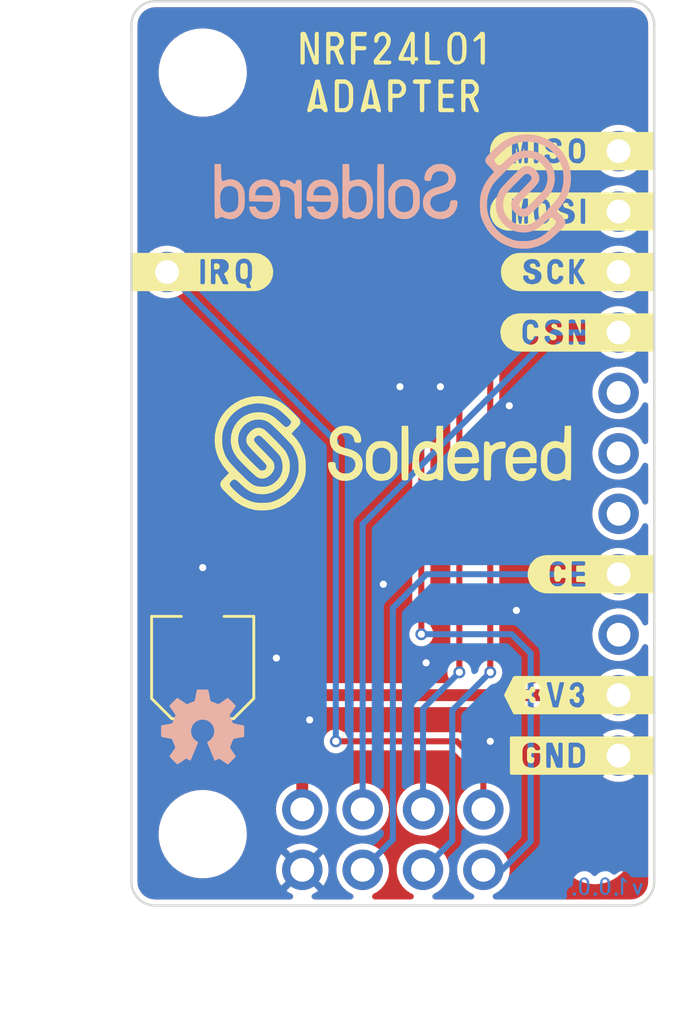
<source format=kicad_pcb>
(kicad_pcb (version 20210623) (generator pcbnew)
  (layers (0 "F.Cu" signal) (31 "B.Cu" signal) (34 "B.Paste" user) (35 "F.Paste" user) (36 "B.SilkS" user "B.Silkscreen") (37 "F.SilkS" user "F.Silkscreen") (38 "B.Mask" user) (39 "F.Mask" user) (44 "Edge.Cuts" user))
  (net 0 "")
  (net 1 "3V3")
  (net 2 "GND")
  (net 3 "IRQ")
  (net 4 "MOSI")
  (net 5 "CSN")
  (net 6 "CE")
  (net 7 "SCK")
  (net 8 "MISO")
  (footprint "buzzardLabel" (layer "F.Cu") (at 132.4 143.7)
    (fp_text reference "" (at 0 0) (layer "F.SilkS") (effects (font (size 1.27 1.27))))
    (fp_text value "" (at 0 0) (layer "F.SilkS") (effects (font (size 1.27 1.27))))
  )
  (footprint "buzzardLabel" (layer "F.Cu") (at 121 114)
    (fp_text reference "" (at 0 0) (layer "F.SilkS") (effects (font (size 1.27 1.27))))
    (fp_text value "" (at 0 0) (layer "F.SilkS") (effects (font (size 1.27 1.27))))
  )
  (footprint "buzzardLabel" (layer "F.Cu") (at 109.6 123.38)
    (fp_text reference "" (at 0 0) (layer "F.SilkS") (effects (font (size 1.27 1.27))))
    (fp_text value "" (at 0 0) (layer "F.SilkS") (effects (font (size 1.27 1.27))))
  )
  (footprint "buzzardLabel" (layer "F.Cu") (at 132.4 125.92)
    (fp_text reference "" (at 0 0) (layer "F.SilkS") (effects (font (size 1.27 1.27))))
    (fp_text value "" (at 0 0) (layer "F.SilkS") (effects (font (size 1.27 1.27))))
  )
  (footprint "e-radionica.com footprinti:FIDUCIAL_23" (layer "F.Cu") (at 129.5 147.5)
    (fp_text reference "FD1")
    (fp_text value "FIDUCIAL")
    (fp_circle (center 0 0) (end 1 0) (layer "F.Cu") (width 0.2) (fill none))
    (pad "1" smd circle (at 0 0) (size 1 1) (layers "F.Cu" "F.Paste" "F.Mask") (clearance 1.1))
  )
  (footprint "e-radionica.com footprinti:HOLE_3.2mm" (layer "F.Cu") (at 113 115)
    (fp_text reference "H2" hide)
    (fp_text value "HOLE_3.2mm" hide)
    (pad "" np_thru_hole circle locked (at 0 0) (size 3.2 3.2) (drill 3.2) (layers F&B.Cu *.Mask))
  )
  (footprint "e-radionica.com footprinti:HOLE_3.2mm" (layer "F.Cu") (at 113 147)
    (fp_text reference "H1" hide)
    (fp_text value "HOLE_3.2mm" hide)
    (pad "" np_thru_hole circle locked (at 0 0) (size 3.2 3.2) (drill 3.2) (layers F&B.Cu *.Mask))
  )
  (footprint "buzzardLabel" (layer "F.Cu") (at 132.4 118.3)
    (fp_text reference "" (at 0 0) (layer "F.SilkS") (effects (font (size 1.27 1.27))))
    (fp_text value "" (at 0 0) (layer "F.SilkS") (effects (font (size 1.27 1.27))))
  )
  (footprint "buzzardLabel" (layer "F.Cu") (at 132.4 136.08)
    (fp_text reference "" (at 0 0) (layer "F.SilkS") (effects (font (size 1.27 1.27))))
    (fp_text value "" (at 0 0) (layer "F.SilkS") (effects (font (size 1.27 1.27))))
  )
  (footprint "buzzardLabel" (layer "F.Cu") (at 132.4 120.84)
    (fp_text reference "" (at 0 0) (layer "F.SilkS") (effects (font (size 1.27 1.27))))
    (fp_text value "" (at 0 0) (layer "F.SilkS") (effects (font (size 1.27 1.27))))
  )
  (footprint "buzzardLabel" (layer "F.Cu") (at 132.4 123.38)
    (fp_text reference "" (at 0 0) (layer "F.SilkS") (effects (font (size 1.27 1.27))))
    (fp_text value "" (at 0 0) (layer "F.SilkS") (effects (font (size 1.27 1.27))))
  )
  (footprint "Soldered Graphics:Logo-Back-SolderedFULL-15mm" (layer "F.Cu") (at 121 120)
    (fp_text reference "REF**" hide)
    (fp_text value "Logo-Front-SolderedFULL-15mm" hide)
  )
  (footprint "buzzardLabel" (layer "F.Cu") (at 132.4 141.16)
    (fp_text reference "" (at 0 0) (layer "F.SilkS") (effects (font (size 1.27 1.27))))
    (fp_text value "" (at 0 0) (layer "F.SilkS") (effects (font (size 1.27 1.27))))
  )
  (footprint "e-radionica.com footprinti:ELECTROLITIC_CAP_4mm" (layer "F.Cu") (at 113 140 90)
    (fp_text reference "C1")
    (fp_text value "10uF_10V")
    (pad "1" smd rect (at -1.8 0 90) (size 2.6 1.6) (layers "F.Cu" "F.Paste" "F.Mask") (net 1 "3V3"))
    (pad "2" smd rect (at 1.8 0 90) (size 2.6 1.6) (layers "F.Cu" "F.Paste" "F.Mask") (net 2 "GND"))
  )
  (footprint "Soldered Graphics:Logo-Back-OSH-3.5mm" (layer "F.Cu") (at 113 142.5)
    (fp_text reference "G***" hide)
    (fp_text value "LOGO" hide)
  )
  (footprint "buzzardLabel" (layer "F.Cu") (at 121 116)
    (fp_text reference "" (at 0 0) (layer "F.SilkS") (effects (font (size 1.27 1.27))))
    (fp_text value "" (at 0 0) (layer "F.SilkS") (effects (font (size 1.27 1.27))))
  )
  (footprint "e-radionica.com footprinti:HEADER_FEMALE_4X2" (layer "F.Cu") (at 121 147.23 -90)
    (fp_text reference "K1")
    (fp_text value "HEADER_FEMALE_4X2")
    (pad "1" thru_hole circle (at -1.27 -3.81 270) (size 1.7 1.7) (drill 1) (layers *.Cu *.Mask) (net 3 "IRQ"))
    (pad "2" thru_hole circle (at -1.27 -1.27 270) (size 1.7 1.7) (drill 1) (layers *.Cu *.Mask) (net 4 "MOSI"))
    (pad "3" thru_hole circle (at -1.27 1.27 270) (size 1.7 1.7) (drill 1) (layers *.Cu *.Mask) (net 5 "CSN"))
    (pad "4" thru_hole circle (at -1.27 3.81 270) (size 1.7 1.7) (drill 1) (layers *.Cu *.Mask) (net 1 "3V3"))
    (pad "5" thru_hole circle (at 1.27 3.81 270) (size 1.7 1.7) (drill 1) (layers *.Cu *.Mask) (net 2 "GND"))
    (pad "6" thru_hole circle (at 1.27 1.27 270) (size 1.7 1.7) (drill 1) (layers *.Cu *.Mask) (net 6 "CE"))
    (pad "7" thru_hole circle (at 1.27 -1.27 270) (size 1.7 1.7) (drill 1) (layers *.Cu *.Mask) (net 7 "SCK"))
    (pad "8" thru_hole circle (at 1.27 -3.81 270) (size 1.7 1.7) (drill 1) (layers *.Cu *.Mask) (net 8 "MISO"))
  )
  (footprint "Soldered Graphics:Logo-Front-SolderedFULL-15mm" (layer "F.Cu") (at 121 131)
    (fp_text reference "REF**" hide)
    (fp_text value "Logo-Front-SolderedFULL-15mm" hide)
  )
  (footprint "Soldered Graphics:Version1.0.0." (layer "B.Cu") (at 130 149.2 180)
    (fp_text reference "Ref**" hide)
    (fp_text value "Val**" hide)
    (fp_poly (pts (xy -1.33 -0.35) (xy -1.27 -0.35) (xy -1.25 -0.31) (xy -1.09 0.1) (xy -1.11 0.13) (xy -1.16 0.13) (xy -1.19 0.1) (xy -1.28 -0.16) (xy -1.3 -0.21) (xy -1.32 -0.17) (xy -1.41 0.09) (xy -1.44 0.13) (xy -1.49 0.13) (xy -1.51 0.1) (xy -1.36 -0.31) (xy -1.33 -0.35)) (layer "B.Cu") (width 0.01) (fill solid))
    (fp_poly (pts (xy 1.31 -0.38) (xy 1.36 -0.38) (xy 1.41 -0.37) (xy 1.42 -0.33) (xy 1.42 -0.27) (xy 1.38 -0.26) (xy 1.33 -0.26) (xy 1.3 -0.29) (xy 1.3 -0.34) (xy 1.31 -0.38)) (layer "B.Cu") (width 0.01) (fill solid))
    (fp_poly (pts (xy -0.44 -0.38) (xy -0.39 -0.38) (xy -0.34 -0.37) (xy -0.34 -0.33) (xy -0.34 -0.27) (xy -0.38 -0.26) (xy -0.43 -0.26) (xy -0.46 -0.29) (xy -0.46 -0.34) (xy -0.44 -0.38)) (layer "B.Cu") (width 0.01) (fill solid))
    (fp_poly (pts (xy -0.67 -0.35) (xy -0.62 -0.35) (xy -0.6 -0.31) (xy -0.6 0.35) (xy -0.64 0.38) (xy -0.69 0.38) (xy -0.73 0.34) (xy -0.84 0.22) (xy -0.86 0.17) (xy -0.83 0.16) (xy -0.73 0.22) (xy -0.69 0.23) (xy -0.69 -0.31) (xy -0.67 -0.35)) (layer "B.Cu") (width 0.01) (fill solid))
    (fp_poly (pts (xy 0.06 -0.35) (xy 0.11 -0.35) (xy 0.17 -0.33) (xy 0.13 -0.28) (xy 0.03 -0.28) (xy -0.01 -0.25) (xy -0.03 -0.2) (xy -0.05 -0.15) (xy -0.05 -0.11) (xy -0.05 0.01) (xy -0.05 0.13) (xy -0.05 0.17) (xy -0.03 0.22) (xy -0.01 0.27) (xy 0.02 0.3) (xy 0.13 0.3) (xy 0.16 0.26) (xy 0.18 0.21) (xy 0.18 0.15) (xy 0.19 0.05) (xy 0.19 -0.08) (xy 0.19 -0.12) (xy 0.18 -0.17) (xy 0.16 -0.22) (xy 0.14 -0.27) (xy 0.14 -0.28) (xy 0.17 -0.32) (xy 0.21 -0.29) (xy 0.24 -0.26) (xy 0.26 -0.22) (xy 0.27 -0.16) (xy 0.28 -0.11) (xy 0.28 -0.06) (xy 0.28 0.06) (xy 0.28 0.12) (xy 0.27 0.17) (xy 0.26 0.22) (xy 0.25 0.27) (xy 0.22 0.3) (xy 0.19 0.34) (xy 0.13 0.37) (xy 0.08 0.38) (xy 0.02 0.38) (xy -0.03 0.35) (xy -0.08 0.31) (xy -0.1 0.28) (xy -0.12 0.23) (xy -0.14 0.18) (xy -0.14 0.13) (xy -0.15 0.08) (xy -0.15 -0.04) (xy -0.14 -0.1) (xy -0.14 -0.14) (xy -0.13 -0.2) (xy -0.11 -0.25) (xy -0.08 -0.28) (xy -0.05 -0.32) (xy 0.01 -0.35) (xy 0.06 -0.35)) (layer "B.Cu") (width 0.01) (fill solid))
    (fp_poly (pts (xy 0.93 -0.35) (xy 0.99 -0.35) (xy 1.04 -0.33) (xy 1.01 -0.28) (xy 0.91 -0.28) (xy 0.87 -0.25) (xy 0.85 -0.2) (xy 0.83 -0.15) (xy 0.83 -0.11) (xy 0.82 0.01) (xy 0.83 0.13) (xy 0.83 0.17) (xy 0.84 0.22) (xy 0.87 0.27) (xy 0.9 0.3) (xy 1.01 0.3) (xy 1.04 0.26) (xy 1.05 0.21) (xy 1.06 0.15) (xy 1.07 0.05) (xy 1.07 -0.08) (xy 1.06 -0.12) (xy 1.06 -0.17) (xy 1.04 -0.22) (xy 1.02 -0.27) (xy 1.01 -0.28) (xy 1.05 -0.32) (xy 1.09 -0.29) (xy 1.12 -0.26) (xy 1.14 -0.22) (xy 1.15 -0.16) (xy 1.16 -0.11) (xy 1.16 -0.06) (xy 1.16 0.06) (xy 1.16 0.12) (xy 1.15 0.17) (xy 1.14 0.22) (xy 1.13 0.27) (xy 1.1 0.3) (xy 1.06 0.34) (xy 1.01 0.37) (xy 0.95 0.38) (xy 0.9 0.38) (xy 0.84 0.35) (xy 0.8 0.31) (xy 0.78 0.28) (xy 0.75 0.23) (xy 0.74 0.18) (xy 0.74 0.13) (xy 0.73 0.08) (xy 0.73 -0.04) (xy 0.73 -0.1) (xy 0.74 -0.14) (xy 0.75 -0.2) (xy 0.77 -0.25) (xy 0.79 -0.28) (xy 0.83 -0.32) (xy 0.89 -0.35) (xy 0.93 -0.35)) (layer "B.Cu") (width 0.01) (fill solid))
    (fp_poly (pts (xy 0.43 -0.38) (xy 0.48 -0.38) (xy 0.54 -0.37) (xy 0.54 -0.33) (xy 0.54 -0.27) (xy 0.5 -0.26) (xy 0.45 -0.26) (xy 0.42 -0.29) (xy 0.42 -0.34) (xy 0.43 -0.38)) (layer "B.Cu") (width 0.01) (fill solid))
  )
  (footprint "e-radionica.com footprinti:HEADER_MALE_11X1" (layer "B.Cu") (at 130.5 131 90)
    (fp_text reference "K2")
    (fp_text value "HEADER_MALE_11X1")
    (pad "1" thru_hole circle locked (at -12.7 0 90) (size 1.7 1.7) (drill 1) (layers *.Cu *.Mask) (net 2 "GND"))
    (pad "2" thru_hole circle locked (at -10.16 0 90) (size 1.7 1.7) (drill 1) (layers *.Cu *.Mask) (net 1 "3V3"))
    (pad "3" thru_hole circle locked (at -7.62 0 90) (size 1.7 1.7) (drill 1) (layers *.Cu *.Mask))
    (pad "4" thru_hole circle locked (at -5.08 0 90) (size 1.7 1.7) (drill 1) (layers *.Cu *.Mask) (net 6 "CE"))
    (pad "5" thru_hole circle locked (at -2.54 0 90) (size 1.7 1.7) (drill 1) (layers *.Cu *.Mask))
    (pad "6" thru_hole circle locked (at 0 0 90) (size 1.7 1.7) (drill 1) (layers *.Cu *.Mask))
    (pad "7" thru_hole circle locked (at 2.54 0 90) (size 1.7 1.7) (drill 1) (layers *.Cu *.Mask))
    (pad "8" thru_hole circle locked (at 5.08 0 90) (size 1.7 1.7) (drill 1) (layers *.Cu *.Mask) (net 5 "CSN"))
    (pad "9" thru_hole circle locked (at 7.62 0 90) (size 1.7 1.7) (drill 1) (layers *.Cu *.Mask) (net 7 "SCK"))
    (pad "10" thru_hole circle locked (at 10.16 0 90) (size 1.7 1.7) (drill 1) (layers *.Cu *.Mask) (net 4 "MOSI"))
    (pad "11" thru_hole circle locked (at 12.7 0 90) (size 1.7 1.7) (drill 1) (layers *.Cu *.Mask) (net 8 "MISO"))
  )
  (footprint "e-radionica.com footprinti:HEADER_MALE_1X1" (layer "B.Cu") (at 111.5 123.38 180)
    (fp_text reference "K3")
    (fp_text value "HEADER_MALE_1X1")
    (pad "1" thru_hole circle locked (at 0 0 180) (size 1.7 1.7) (drill 1) (layers *.Cu *.Mask) (net 3 "IRQ"))
  )
  (gr_arc (start 111 149) (end 111 150) (angle 90) (layer "Edge.Cuts") (width 0.1))
  (gr_line (start 131 150) (end 111 150) (layer "Edge.Cuts") (width 0.1))
  (gr_line (start 132 113) (end 132 149) (layer "Edge.Cuts") (width 0.1))
  (gr_arc (start 131 149) (end 131 150) (angle -90) (layer "Edge.Cuts") (width 0.1))
  (gr_line (start 110 149) (end 110 113) (layer "Edge.Cuts") (width 0.1))
  (gr_arc (start 131 112.999997) (end 131 112) (angle 90) (layer "Edge.Cuts") (width 0.1))
  (gr_arc (start 110.999997 113) (end 111 112) (angle -90) (layer "Edge.Cuts") (width 0.1))
  (gr_line (start 111 112) (end 131 112) (layer "Edge.Cuts") (width 0.1))
  (segment (start 117.19 143.51) (end 114.84 141.16) (width 0.5) (layer "F.Cu") (net 1))
  (segment (start 130.5 141.16) (end 114.84 141.16) (width 0.5) (layer "F.Cu") (net 1))
  (segment (start 114.84 141.16) (end 113.64 141.16) (width 0.5) (layer "F.Cu") (net 1))
  (segment (start 117.19 145.96) (end 117.19 143.51) (width 0.5) (layer "F.Cu") (net 1))
  (segment (start 113.64 141.16) (end 113 141.8) (width 0.5) (layer "F.Cu") (net 1))
  (via (at 116.1 139.6) (size 0.5) (drill 0.3) (layers "F.Cu" "B.Cu") (net 2))
  (via (at 126.2 137.6) (size 0.5) (drill 0.3) (layers "F.Cu" "B.Cu") (net 2))
  (via (at 120.6 136.5) (size 0.5) (drill 0.3) (layers "F.Cu" "B.Cu") (net 2))
  (via (at 125.1 143.1) (size 0.5) (drill 0.3) (layers "F.Cu" "B.Cu") (net 2))
  (via (at 122.4 139.8) (size 0.5) (drill 0.3) (layers "F.Cu" "B.Cu") (net 2))
  (via (at 125.9 129) (size 0.5) (drill 0.3) (layers "F.Cu" "B.Cu") (net 2))
  (via (at 123 128.2) (size 0.5) (drill 0.3) (layers "F.Cu" "B.Cu") (net 2))
  (via (at 117.5 142.2) (size 0.5) (drill 0.3) (layers "F.Cu" "B.Cu") (net 2))
  (via (at 113 135.8) (size 0.5) (drill 0.3) (layers "F.Cu" "B.Cu") (net 2))
  (via (at 121.3 128.2) (size 0.5) (drill 0.3) (layers "F.Cu" "B.Cu") (net 2))
  (segment (start 118.6 143.1) (end 123.7 143.1) (width 0.254) (layer "F.Cu") (net 3))
  (segment (start 124.81 144.21) (end 124.81 145.96) (width 0.254) (layer "F.Cu") (net 3))
  (segment (start 123.7 143.1) (end 124.81 144.21) (width 0.254) (layer "F.Cu") (net 3))
  (via (at 118.6 143.1) (size 0.5) (drill 0.3) (layers "F.Cu" "B.Cu") (net 3))
  (segment (start 118.6 130.5) (end 111.5 123.4) (width 0.254) (layer "B.Cu") (net 3))
  (segment (start 111.5 123.4) (end 111.5 123.38) (width 0.254) (layer "B.Cu") (net 3))
  (segment (start 111.52 122.92) (end 111.5 122.92) (width 0.254) (layer "B.Cu") (net 3))
  (segment (start 118.6 143.1) (end 118.6 130.5) (width 0.254) (layer "B.Cu") (net 3))
  (segment (start 123.8 124.8) (end 127.76 120.84) (width 0.254) (layer "F.Cu") (net 4))
  (segment (start 123.8 140.2) (end 123.8 124.8) (width 0.254) (layer "F.Cu") (net 4))
  (segment (start 127.76 120.84) (end 130.5 120.84) (width 0.254) (layer "F.Cu") (net 4))
  (via (at 123.8 140.2) (size 0.5) (drill 0.3) (layers "F.Cu" "B.Cu") (net 4))
  (segment (start 122.27 141.73) (end 122.27 145.96) (width 0.254) (layer "B.Cu") (net 4))
  (segment (start 123.8 140.2) (end 122.27 141.73) (width 0.254) (layer "B.Cu") (net 4))
  (segment (start 119.73 133.97) (end 127.78 125.92) (width 0.254) (layer "B.Cu") (net 5))
  (segment (start 127.78 125.92) (end 130.5 125.92) (width 0.254) (layer "B.Cu") (net 5))
  (segment (start 119.73 145.96) (end 119.73 133.97) (width 0.254) (layer "B.Cu") (net 5))
  (segment (start 121 147.23) (end 121 137.5) (width 0.254) (layer "B.Cu") (net 6))
  (segment (start 122.42 136.08) (end 130.5 136.08) (width 0.254) (layer "B.Cu") (net 6))
  (segment (start 121 137.5) (end 122.42 136.08) (width 0.254) (layer "B.Cu") (net 6))
  (segment (start 119.73 148.5) (end 121 147.23) (width 0.254) (layer "B.Cu") (net 6))
  (segment (start 127.42 123.38) (end 130.5 123.38) (width 0.254) (layer "F.Cu") (net 7))
  (segment (start 125.1 125.7) (end 127.42 123.38) (width 0.254) (layer "F.Cu") (net 7))
  (segment (start 125.1 140.2) (end 125.1 125.7) (width 0.254) (layer "F.Cu") (net 7))
  (via (at 125.1 140.2) (size 0.5) (drill 0.3) (layers "F.Cu" "B.Cu") (net 7))
  (segment (start 123.5 147.27) (end 122.27 148.5) (width 0.254) (layer "B.Cu") (net 7))
  (segment (start 123.5 141.8) (end 123.5 147.27) (width 0.254) (layer "B.Cu") (net 7))
  (segment (start 125.1 140.2) (end 123.5 141.8) (width 0.254) (layer "B.Cu") (net 7))
  (segment (start 122.2 138.6) (end 122.2 123.3) (width 0.254) (layer "F.Cu") (net 8))
  (segment (start 122.2 123.3) (end 127.2 118.3) (width 0.254) (layer "F.Cu") (net 8))
  (segment (start 127.2 118.3) (end 130.5 118.3) (width 0.254) (layer "F.Cu") (net 8))
  (via (at 122.2 138.6) (size 0.5) (drill 0.3) (layers "F.Cu" "B.Cu") (net 8))
  (segment (start 126.8 147.3) (end 125.6 148.5) (width 0.254) (layer "B.Cu") (net 8))
  (segment (start 122.2 138.6) (end 126 138.6) (width 0.254) (layer "B.Cu") (net 8))
  (segment (start 126 138.6) (end 126.8 139.4) (width 0.254) (layer "B.Cu") (net 8))
  (segment (start 125.6 148.5) (end 124.81 148.5) (width 0.254) (layer "B.Cu") (net 8))
  (segment (start 126.8 139.4) (end 126.8 147.3) (width 0.254) (layer "B.Cu") (net 8))
  (zone (net 2) (net_name "GND") (layers F&B.Cu) (connect_pads (clearance 0.254)) (min_thickness 0.254) (fill yes (thermal_gap 0.254) (thermal_bridge_width 0.3))
    (polygon (pts (xy 132 150) (xy 110 150) (xy 110 112) (xy 132 112)))
  )
)
</source>
